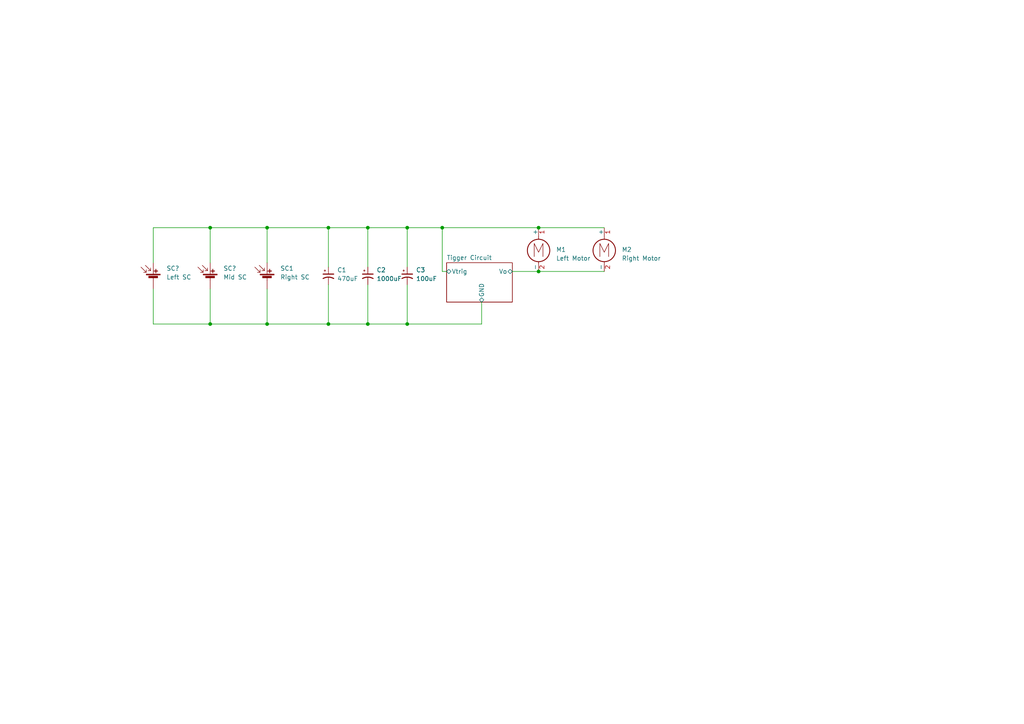
<source format=kicad_sch>
(kicad_sch (version 20211123) (generator eeschema)

  (uuid e0eaf533-f28f-4929-936a-ed8fbfdd2d06)

  (paper "A4")

  (lib_symbols
    (symbol "Device:C_Polarized_Small_US" (pin_numbers hide) (pin_names (offset 0.254) hide) (in_bom yes) (on_board yes)
      (property "Reference" "C" (id 0) (at 0.254 1.778 0)
        (effects (font (size 1.27 1.27)) (justify left))
      )
      (property "Value" "C_Polarized_Small_US" (id 1) (at 0.254 -2.032 0)
        (effects (font (size 1.27 1.27)) (justify left))
      )
      (property "Footprint" "" (id 2) (at 0 0 0)
        (effects (font (size 1.27 1.27)) hide)
      )
      (property "Datasheet" "~" (id 3) (at 0 0 0)
        (effects (font (size 1.27 1.27)) hide)
      )
      (property "ki_keywords" "cap capacitor" (id 4) (at 0 0 0)
        (effects (font (size 1.27 1.27)) hide)
      )
      (property "ki_description" "Polarized capacitor, small US symbol" (id 5) (at 0 0 0)
        (effects (font (size 1.27 1.27)) hide)
      )
      (property "ki_fp_filters" "CP_*" (id 6) (at 0 0 0)
        (effects (font (size 1.27 1.27)) hide)
      )
      (symbol "C_Polarized_Small_US_0_1"
        (polyline
          (pts
            (xy -1.524 0.508)
            (xy 1.524 0.508)
          )
          (stroke (width 0.3048) (type default) (color 0 0 0 0))
          (fill (type none))
        )
        (polyline
          (pts
            (xy -1.27 1.524)
            (xy -0.762 1.524)
          )
          (stroke (width 0) (type default) (color 0 0 0 0))
          (fill (type none))
        )
        (polyline
          (pts
            (xy -1.016 1.27)
            (xy -1.016 1.778)
          )
          (stroke (width 0) (type default) (color 0 0 0 0))
          (fill (type none))
        )
        (arc (start 1.524 -0.762) (mid 0 -0.3734) (end -1.524 -0.762)
          (stroke (width 0.3048) (type default) (color 0 0 0 0))
          (fill (type none))
        )
      )
      (symbol "C_Polarized_Small_US_1_1"
        (pin passive line (at 0 2.54 270) (length 2.032)
          (name "~" (effects (font (size 1.27 1.27))))
          (number "1" (effects (font (size 1.27 1.27))))
        )
        (pin passive line (at 0 -2.54 90) (length 2.032)
          (name "~" (effects (font (size 1.27 1.27))))
          (number "2" (effects (font (size 1.27 1.27))))
        )
      )
    )
    (symbol "Device:Solar_Cell" (pin_numbers hide) (pin_names (offset 0) hide) (in_bom yes) (on_board yes)
      (property "Reference" "SC" (id 0) (at 2.54 2.54 0)
        (effects (font (size 1.27 1.27)) (justify left))
      )
      (property "Value" "Solar_Cell" (id 1) (at 2.54 0 0)
        (effects (font (size 1.27 1.27)) (justify left))
      )
      (property "Footprint" "" (id 2) (at 0 1.524 90)
        (effects (font (size 1.27 1.27)) hide)
      )
      (property "Datasheet" "~" (id 3) (at 0 1.524 90)
        (effects (font (size 1.27 1.27)) hide)
      )
      (property "ki_keywords" "solar cell" (id 4) (at 0 0 0)
        (effects (font (size 1.27 1.27)) hide)
      )
      (property "ki_description" "Single solar cell" (id 5) (at 0 0 0)
        (effects (font (size 1.27 1.27)) hide)
      )
      (symbol "Solar_Cell_0_1"
        (rectangle (start -2.032 1.778) (end 2.032 1.524)
          (stroke (width 0) (type default) (color 0 0 0 0))
          (fill (type outline))
        )
        (rectangle (start -1.3208 1.1938) (end 1.27 0.6858)
          (stroke (width 0) (type default) (color 0 0 0 0))
          (fill (type outline))
        )
        (polyline
          (pts
            (xy -2.032 2.286)
            (xy -3.556 3.81)
          )
          (stroke (width 0) (type default) (color 0 0 0 0))
          (fill (type none))
        )
        (polyline
          (pts
            (xy -0.762 2.794)
            (xy -2.286 4.318)
          )
          (stroke (width 0) (type default) (color 0 0 0 0))
          (fill (type none))
        )
        (polyline
          (pts
            (xy 0 0.762)
            (xy 0 0)
          )
          (stroke (width 0) (type default) (color 0 0 0 0))
          (fill (type none))
        )
        (polyline
          (pts
            (xy 0 1.778)
            (xy 0 2.54)
          )
          (stroke (width 0) (type default) (color 0 0 0 0))
          (fill (type none))
        )
        (polyline
          (pts
            (xy 0.254 2.667)
            (xy 1.27 2.667)
          )
          (stroke (width 0.254) (type default) (color 0 0 0 0))
          (fill (type none))
        )
        (polyline
          (pts
            (xy 0.762 3.175)
            (xy 0.762 2.159)
          )
          (stroke (width 0.254) (type default) (color 0 0 0 0))
          (fill (type none))
        )
        (polyline
          (pts
            (xy -2.032 3.048)
            (xy -2.032 2.286)
            (xy -2.794 2.286)
          )
          (stroke (width 0) (type default) (color 0 0 0 0))
          (fill (type none))
        )
        (polyline
          (pts
            (xy -0.762 3.556)
            (xy -0.762 2.794)
            (xy -1.524 2.794)
          )
          (stroke (width 0) (type default) (color 0 0 0 0))
          (fill (type none))
        )
      )
      (symbol "Solar_Cell_1_1"
        (pin passive line (at 0 5.08 270) (length 2.54)
          (name "+" (effects (font (size 1.27 1.27))))
          (number "1" (effects (font (size 1.27 1.27))))
        )
        (pin passive line (at 0 -2.54 90) (length 2.54)
          (name "-" (effects (font (size 1.27 1.27))))
          (number "2" (effects (font (size 1.27 1.27))))
        )
      )
    )
    (symbol "Motor:Motor_DC" (pin_names (offset 0)) (in_bom yes) (on_board yes)
      (property "Reference" "M" (id 0) (at 2.54 2.54 0)
        (effects (font (size 1.27 1.27)) (justify left))
      )
      (property "Value" "Motor_DC" (id 1) (at 2.54 -5.08 0)
        (effects (font (size 1.27 1.27)) (justify left top))
      )
      (property "Footprint" "" (id 2) (at 0 -2.286 0)
        (effects (font (size 1.27 1.27)) hide)
      )
      (property "Datasheet" "~" (id 3) (at 0 -2.286 0)
        (effects (font (size 1.27 1.27)) hide)
      )
      (property "ki_keywords" "DC Motor" (id 4) (at 0 0 0)
        (effects (font (size 1.27 1.27)) hide)
      )
      (property "ki_description" "DC Motor" (id 5) (at 0 0 0)
        (effects (font (size 1.27 1.27)) hide)
      )
      (property "ki_fp_filters" "PinHeader*P2.54mm* TerminalBlock*" (id 6) (at 0 0 0)
        (effects (font (size 1.27 1.27)) hide)
      )
      (symbol "Motor_DC_0_0"
        (polyline
          (pts
            (xy -1.27 -3.302)
            (xy -1.27 0.508)
            (xy 0 -2.032)
            (xy 1.27 0.508)
            (xy 1.27 -3.302)
          )
          (stroke (width 0) (type default) (color 0 0 0 0))
          (fill (type none))
        )
      )
      (symbol "Motor_DC_0_1"
        (circle (center 0 -1.524) (radius 3.2512)
          (stroke (width 0.254) (type default) (color 0 0 0 0))
          (fill (type none))
        )
        (polyline
          (pts
            (xy 0 -7.62)
            (xy 0 -7.112)
          )
          (stroke (width 0) (type default) (color 0 0 0 0))
          (fill (type none))
        )
        (polyline
          (pts
            (xy 0 -4.7752)
            (xy 0 -5.1816)
          )
          (stroke (width 0) (type default) (color 0 0 0 0))
          (fill (type none))
        )
        (polyline
          (pts
            (xy 0 1.7272)
            (xy 0 2.0828)
          )
          (stroke (width 0) (type default) (color 0 0 0 0))
          (fill (type none))
        )
        (polyline
          (pts
            (xy 0 2.032)
            (xy 0 2.54)
          )
          (stroke (width 0) (type default) (color 0 0 0 0))
          (fill (type none))
        )
      )
      (symbol "Motor_DC_1_1"
        (pin passive line (at 0 5.08 270) (length 2.54)
          (name "+" (effects (font (size 1.27 1.27))))
          (number "1" (effects (font (size 1.27 1.27))))
        )
        (pin passive line (at 0 -7.62 90) (length 2.54)
          (name "-" (effects (font (size 1.27 1.27))))
          (number "2" (effects (font (size 1.27 1.27))))
        )
      )
    )
  )

  (junction (at 60.96 93.98) (diameter 0) (color 0 0 0 0)
    (uuid 3117e7bb-4a57-44ca-84b7-88c8f3ae6c04)
  )
  (junction (at 156.21 66.04) (diameter 0) (color 0 0 0 0)
    (uuid 320090ba-4f6a-4f98-be3a-019d4a87b84a)
  )
  (junction (at 118.11 93.98) (diameter 0) (color 0 0 0 0)
    (uuid 4591f0d9-8e35-470c-8122-53695972e6a5)
  )
  (junction (at 95.25 66.04) (diameter 0) (color 0 0 0 0)
    (uuid 4a8f9efa-0cc8-49f1-a296-c0ae29b30fa4)
  )
  (junction (at 128.27 66.04) (diameter 0) (color 0 0 0 0)
    (uuid 52c6d709-bf2c-4bb8-aab3-486121f784ad)
  )
  (junction (at 77.47 66.04) (diameter 0) (color 0 0 0 0)
    (uuid 6c1474f6-d415-4c7b-8b59-fc1f9a710de3)
  )
  (junction (at 60.96 66.04) (diameter 0) (color 0 0 0 0)
    (uuid 82ef8600-aff7-4e4e-83cc-272869fe14ce)
  )
  (junction (at 118.11 66.04) (diameter 0) (color 0 0 0 0)
    (uuid 86071cfe-1543-479d-bd7a-9553562bc5e9)
  )
  (junction (at 106.68 66.04) (diameter 0) (color 0 0 0 0)
    (uuid a8091706-fc03-485f-99de-85f037326f50)
  )
  (junction (at 95.25 93.98) (diameter 0) (color 0 0 0 0)
    (uuid abfe0b28-d1eb-471a-b707-37bb460aa1a8)
  )
  (junction (at 77.47 93.98) (diameter 0) (color 0 0 0 0)
    (uuid d8f59ea1-86cc-458c-acaa-ded23e4e9801)
  )
  (junction (at 106.68 93.98) (diameter 0) (color 0 0 0 0)
    (uuid deba5b1c-45af-4b66-810e-404f31e42441)
  )
  (junction (at 156.21 78.74) (diameter 0) (color 0 0 0 0)
    (uuid e196416c-d4d1-42d4-979d-990a370627ba)
  )

  (wire (pts (xy 95.25 66.04) (xy 106.68 66.04))
    (stroke (width 0) (type default) (color 0 0 0 0))
    (uuid 02255283-2707-4e92-96ff-96f5779d9534)
  )
  (wire (pts (xy 106.68 82.55) (xy 106.68 93.98))
    (stroke (width 0) (type default) (color 0 0 0 0))
    (uuid 0b3c0647-be04-4b9e-aa8e-30be2e70909d)
  )
  (wire (pts (xy 118.11 66.04) (xy 118.11 77.47))
    (stroke (width 0) (type default) (color 0 0 0 0))
    (uuid 0b3f373c-a3e8-4373-9816-7087961d5f37)
  )
  (wire (pts (xy 118.11 82.55) (xy 118.11 93.98))
    (stroke (width 0) (type default) (color 0 0 0 0))
    (uuid 0e5cfd02-8371-49f9-98cd-ebf3431ebf93)
  )
  (wire (pts (xy 60.96 93.98) (xy 77.47 93.98))
    (stroke (width 0) (type default) (color 0 0 0 0))
    (uuid 0f2f412d-5fe8-424a-8271-04f2ea991114)
  )
  (wire (pts (xy 77.47 66.04) (xy 77.47 76.2))
    (stroke (width 0) (type default) (color 0 0 0 0))
    (uuid 17549841-d365-44b5-8e3e-f7c41a6be346)
  )
  (wire (pts (xy 60.96 66.04) (xy 44.45 66.04))
    (stroke (width 0) (type default) (color 0 0 0 0))
    (uuid 1dee4846-8791-4542-adda-b250a1fd785e)
  )
  (wire (pts (xy 106.68 93.98) (xy 118.11 93.98))
    (stroke (width 0) (type default) (color 0 0 0 0))
    (uuid 1e676cca-f250-41dd-b188-d7365eb921b7)
  )
  (wire (pts (xy 95.25 66.04) (xy 95.25 77.47))
    (stroke (width 0) (type default) (color 0 0 0 0))
    (uuid 200bc5e1-d234-4505-adea-d6d4b5273cb2)
  )
  (wire (pts (xy 128.27 66.04) (xy 156.21 66.04))
    (stroke (width 0) (type default) (color 0 0 0 0))
    (uuid 2c93e68b-23e0-4a8f-845c-7911d3abc09e)
  )
  (wire (pts (xy 60.96 66.04) (xy 60.96 76.2))
    (stroke (width 0) (type default) (color 0 0 0 0))
    (uuid 352330fa-e6d2-4b9a-8922-a4c7d18bd01a)
  )
  (wire (pts (xy 118.11 66.04) (xy 128.27 66.04))
    (stroke (width 0) (type default) (color 0 0 0 0))
    (uuid 614a403a-474a-4306-b606-97f15c564ef8)
  )
  (wire (pts (xy 118.11 93.98) (xy 139.7 93.98))
    (stroke (width 0) (type default) (color 0 0 0 0))
    (uuid 6c30304f-ecde-49c1-a938-d504795056a7)
  )
  (wire (pts (xy 95.25 82.55) (xy 95.25 93.98))
    (stroke (width 0) (type default) (color 0 0 0 0))
    (uuid 6cd7b2b9-1b62-47ef-bd3b-5ac50de1f898)
  )
  (wire (pts (xy 60.96 83.82) (xy 60.96 93.98))
    (stroke (width 0) (type default) (color 0 0 0 0))
    (uuid 7937e225-7c50-4b0b-80a0-cc61e940611e)
  )
  (wire (pts (xy 106.68 66.04) (xy 106.68 77.47))
    (stroke (width 0) (type default) (color 0 0 0 0))
    (uuid 81080ab8-61cb-4831-8d8a-3bf064fc638c)
  )
  (wire (pts (xy 156.21 78.74) (xy 175.26 78.74))
    (stroke (width 0) (type default) (color 0 0 0 0))
    (uuid 8a51259a-0b00-485b-ae12-40bbbcbb1fbf)
  )
  (wire (pts (xy 77.47 93.98) (xy 95.25 93.98))
    (stroke (width 0) (type default) (color 0 0 0 0))
    (uuid 8b3c697e-d2f0-44f2-824c-3f0eef38c72e)
  )
  (wire (pts (xy 44.45 66.04) (xy 44.45 76.2))
    (stroke (width 0) (type default) (color 0 0 0 0))
    (uuid a17c9bb5-e4a8-45a9-81cb-47ab6387d35a)
  )
  (wire (pts (xy 128.27 66.04) (xy 128.27 78.74))
    (stroke (width 0) (type default) (color 0 0 0 0))
    (uuid a818dbd6-8d05-4bed-8e76-065b136c4a97)
  )
  (wire (pts (xy 44.45 93.98) (xy 60.96 93.98))
    (stroke (width 0) (type default) (color 0 0 0 0))
    (uuid bed98168-55b9-4064-9b5f-5d2ad0cc88bb)
  )
  (wire (pts (xy 95.25 93.98) (xy 106.68 93.98))
    (stroke (width 0) (type default) (color 0 0 0 0))
    (uuid c004383e-e5c6-416b-97dc-0600e40d50df)
  )
  (wire (pts (xy 148.59 78.74) (xy 156.21 78.74))
    (stroke (width 0) (type default) (color 0 0 0 0))
    (uuid c4b1e7cf-3aa3-45c5-8585-741388413869)
  )
  (wire (pts (xy 77.47 83.82) (xy 77.47 93.98))
    (stroke (width 0) (type default) (color 0 0 0 0))
    (uuid ccb02708-9fe1-4159-a71b-423822b99ac3)
  )
  (wire (pts (xy 129.54 78.74) (xy 128.27 78.74))
    (stroke (width 0) (type default) (color 0 0 0 0))
    (uuid cec5c91b-0f2e-497a-af3e-a5a152b16bf2)
  )
  (wire (pts (xy 95.25 66.04) (xy 77.47 66.04))
    (stroke (width 0) (type default) (color 0 0 0 0))
    (uuid d41115c9-7c02-4897-9fd1-4a591b7b2833)
  )
  (wire (pts (xy 106.68 66.04) (xy 118.11 66.04))
    (stroke (width 0) (type default) (color 0 0 0 0))
    (uuid e25f0cb2-d101-4680-8039-e28dc3ef0e9b)
  )
  (wire (pts (xy 44.45 83.82) (xy 44.45 93.98))
    (stroke (width 0) (type default) (color 0 0 0 0))
    (uuid e6bf030b-7580-45ea-9b8d-f888414f8395)
  )
  (wire (pts (xy 175.26 66.04) (xy 156.21 66.04))
    (stroke (width 0) (type default) (color 0 0 0 0))
    (uuid e94c8831-dc7c-42f3-8bce-1f08d86449eb)
  )
  (wire (pts (xy 139.7 87.63) (xy 139.7 93.98))
    (stroke (width 0) (type default) (color 0 0 0 0))
    (uuid eb0ae3e8-685b-4ec9-ac70-a9ff0a491cce)
  )
  (wire (pts (xy 77.47 66.04) (xy 60.96 66.04))
    (stroke (width 0) (type default) (color 0 0 0 0))
    (uuid ed9c6735-a258-49b1-8520-ac27227c4247)
  )

  (symbol (lib_id "Device:C_Polarized_Small_US") (at 118.11 80.01 0) (unit 1)
    (in_bom yes) (on_board yes) (fields_autoplaced)
    (uuid 085c5f64-ddfb-443b-9ea7-34e46427c913)
    (property "Reference" "C3" (id 0) (at 120.65 78.3081 0)
      (effects (font (size 1.27 1.27)) (justify left))
    )
    (property "Value" "100uF" (id 1) (at 120.65 80.8481 0)
      (effects (font (size 1.27 1.27)) (justify left))
    )
    (property "Footprint" "" (id 2) (at 118.11 80.01 0)
      (effects (font (size 1.27 1.27)) hide)
    )
    (property "Datasheet" "~" (id 3) (at 118.11 80.01 0)
      (effects (font (size 1.27 1.27)) hide)
    )
    (pin "1" (uuid 879e795c-125d-4271-b94c-93ffdcf8214e))
    (pin "2" (uuid 602126e0-fdd7-427f-8c7c-b51238fbd6bd))
  )

  (symbol (lib_id "Device:Solar_Cell") (at 60.96 81.28 0) (unit 1)
    (in_bom yes) (on_board yes) (fields_autoplaced)
    (uuid 32adf9a4-09a6-4bc1-90bc-5aa7ec0a2da7)
    (property "Reference" "SC?" (id 0) (at 64.77 77.8509 0)
      (effects (font (size 1.27 1.27)) (justify left))
    )
    (property "Value" "Mid SC" (id 1) (at 64.77 80.3909 0)
      (effects (font (size 1.27 1.27)) (justify left))
    )
    (property "Footprint" "" (id 2) (at 60.96 79.756 90)
      (effects (font (size 1.27 1.27)) hide)
    )
    (property "Datasheet" "~" (id 3) (at 60.96 79.756 90)
      (effects (font (size 1.27 1.27)) hide)
    )
    (pin "1" (uuid 654b64db-f979-4682-80e3-1a18ac3e9414))
    (pin "2" (uuid c3555b4e-fd65-4872-87bf-fbcda064f93a))
  )

  (symbol (lib_id "Device:C_Polarized_Small_US") (at 106.68 80.01 0) (unit 1)
    (in_bom yes) (on_board yes) (fields_autoplaced)
    (uuid 34459c8a-78ca-4095-9cda-b26731ac3dbb)
    (property "Reference" "C2" (id 0) (at 109.22 78.3081 0)
      (effects (font (size 1.27 1.27)) (justify left))
    )
    (property "Value" "1000uF" (id 1) (at 109.22 80.8481 0)
      (effects (font (size 1.27 1.27)) (justify left))
    )
    (property "Footprint" "" (id 2) (at 106.68 80.01 0)
      (effects (font (size 1.27 1.27)) hide)
    )
    (property "Datasheet" "~" (id 3) (at 106.68 80.01 0)
      (effects (font (size 1.27 1.27)) hide)
    )
    (pin "1" (uuid a4f010f3-a671-4015-b1e4-853f16a20286))
    (pin "2" (uuid 4ca71e55-bb69-45c4-8e45-b228be542c91))
  )

  (symbol (lib_id "Motor:Motor_DC") (at 156.21 71.12 0) (unit 1)
    (in_bom yes) (on_board yes) (fields_autoplaced)
    (uuid 458a3bce-defb-4340-920b-603c359e648f)
    (property "Reference" "M1" (id 0) (at 161.29 72.3899 0)
      (effects (font (size 1.27 1.27)) (justify left))
    )
    (property "Value" "Left Motor" (id 1) (at 161.29 74.9299 0)
      (effects (font (size 1.27 1.27)) (justify left))
    )
    (property "Footprint" "" (id 2) (at 156.21 73.406 0)
      (effects (font (size 1.27 1.27)) hide)
    )
    (property "Datasheet" "~" (id 3) (at 156.21 73.406 0)
      (effects (font (size 1.27 1.27)) hide)
    )
    (pin "1" (uuid 98c0ffc5-ac65-4be8-8d2e-6a15df820022))
    (pin "2" (uuid 1e1d683c-8a82-406e-b8f4-d8f77117b6f9))
  )

  (symbol (lib_id "Motor:Motor_DC") (at 175.26 71.12 0) (unit 1)
    (in_bom yes) (on_board yes) (fields_autoplaced)
    (uuid 4a8dfdae-44da-4684-9796-91f966b12934)
    (property "Reference" "M2" (id 0) (at 180.34 72.3899 0)
      (effects (font (size 1.27 1.27)) (justify left))
    )
    (property "Value" "Right Motor" (id 1) (at 180.34 74.9299 0)
      (effects (font (size 1.27 1.27)) (justify left))
    )
    (property "Footprint" "" (id 2) (at 175.26 73.406 0)
      (effects (font (size 1.27 1.27)) hide)
    )
    (property "Datasheet" "~" (id 3) (at 175.26 73.406 0)
      (effects (font (size 1.27 1.27)) hide)
    )
    (pin "1" (uuid e6bcb483-3099-4a1b-acec-7f2cabceff66))
    (pin "2" (uuid 3bb6a82a-207e-4485-8ea9-80314ba993d4))
  )

  (symbol (lib_id "Device:C_Polarized_Small_US") (at 95.25 80.01 0) (unit 1)
    (in_bom yes) (on_board yes) (fields_autoplaced)
    (uuid 769c27e0-6b93-47ef-bd52-ead1f2fd7905)
    (property "Reference" "C1" (id 0) (at 97.79 78.3081 0)
      (effects (font (size 1.27 1.27)) (justify left))
    )
    (property "Value" "470uF" (id 1) (at 97.79 80.8481 0)
      (effects (font (size 1.27 1.27)) (justify left))
    )
    (property "Footprint" "" (id 2) (at 95.25 80.01 0)
      (effects (font (size 1.27 1.27)) hide)
    )
    (property "Datasheet" "~" (id 3) (at 95.25 80.01 0)
      (effects (font (size 1.27 1.27)) hide)
    )
    (pin "1" (uuid 4747ceaa-666c-40b1-b909-79b90ddd2779))
    (pin "2" (uuid 2820f9ac-e01d-491c-813c-d1597394533a))
  )

  (symbol (lib_id "Device:Solar_Cell") (at 44.45 81.28 0) (unit 1)
    (in_bom yes) (on_board yes) (fields_autoplaced)
    (uuid 79f8ba45-aba2-4818-bf7a-da21ce5aef5b)
    (property "Reference" "SC?" (id 0) (at 48.26 77.8509 0)
      (effects (font (size 1.27 1.27)) (justify left))
    )
    (property "Value" "Left SC" (id 1) (at 48.26 80.3909 0)
      (effects (font (size 1.27 1.27)) (justify left))
    )
    (property "Footprint" "" (id 2) (at 44.45 79.756 90)
      (effects (font (size 1.27 1.27)) hide)
    )
    (property "Datasheet" "~" (id 3) (at 44.45 79.756 90)
      (effects (font (size 1.27 1.27)) hide)
    )
    (pin "1" (uuid e63658d2-c556-4886-b25a-a690f6c1220d))
    (pin "2" (uuid 21f2dc9a-67b7-4c28-81a7-2d4dc183980a))
  )

  (symbol (lib_id "Device:Solar_Cell") (at 77.47 81.28 0) (unit 1)
    (in_bom yes) (on_board yes) (fields_autoplaced)
    (uuid 90a22610-3329-4b11-bfdf-48d9edd402fd)
    (property "Reference" "SC1" (id 0) (at 81.28 77.8509 0)
      (effects (font (size 1.27 1.27)) (justify left))
    )
    (property "Value" "Right SC" (id 1) (at 81.28 80.3909 0)
      (effects (font (size 1.27 1.27)) (justify left))
    )
    (property "Footprint" "" (id 2) (at 77.47 79.756 90)
      (effects (font (size 1.27 1.27)) hide)
    )
    (property "Datasheet" "~" (id 3) (at 77.47 79.756 90)
      (effects (font (size 1.27 1.27)) hide)
    )
    (pin "1" (uuid de52c29e-9e91-4414-ba27-7896cc78cda6))
    (pin "2" (uuid a45cbc8f-8e26-4179-9768-31dfecaa7718))
  )

  (sheet (at 129.54 76.2) (size 19.05 11.43) (fields_autoplaced)
    (stroke (width 0.1524) (type solid) (color 0 0 0 0))
    (fill (color 0 0 0 0.0000))
    (uuid 62d376d3-6b06-41d3-a09e-4c14a3b6fd54)
    (property "Sheet name" "Tigger Circuit" (id 0) (at 129.54 75.4884 0)
      (effects (font (size 1.27 1.27)) (justify left bottom))
    )
    (property "Sheet file" "untitled.kicad_sch" (id 1) (at 129.54 88.2146 0)
      (effects (font (size 1.27 1.27)) (justify left top) hide)
    )
    (pin "Vtrig" bidirectional (at 129.54 78.74 180)
      (effects (font (size 1.27 1.27)) (justify left))
      (uuid 4d5e71f8-ba2e-4b0a-a3bb-f946594cbccb)
    )
    (pin "GND" bidirectional (at 139.7 87.63 270)
      (effects (font (size 1.27 1.27)) (justify left))
      (uuid 432f1cb0-9d98-4c58-9ebe-11bd9186e4c0)
    )
    (pin "Vo" bidirectional (at 148.59 78.74 0)
      (effects (font (size 1.27 1.27)) (justify right))
      (uuid d2b0fe9d-99db-4312-bc58-f9427e930b16)
    )
  )

  (sheet_instances
    (path "/" (page "1"))
    (path "/62d376d3-6b06-41d3-a09e-4c14a3b6fd54" (page "2"))
  )

  (symbol_instances
    (path "/769c27e0-6b93-47ef-bd52-ead1f2fd7905"
      (reference "C1") (unit 1) (value "470uF") (footprint "")
    )
    (path "/62d376d3-6b06-41d3-a09e-4c14a3b6fd54/8ad9c7c5-4596-4b78-b6ee-9ec21b56d618"
      (reference "C1") (unit 1) (value "?") (footprint "")
    )
    (path "/34459c8a-78ca-4095-9cda-b26731ac3dbb"
      (reference "C2") (unit 1) (value "1000uF") (footprint "")
    )
    (path "/085c5f64-ddfb-443b-9ea7-34e46427c913"
      (reference "C3") (unit 1) (value "100uF") (footprint "")
    )
    (path "/458a3bce-defb-4340-920b-603c359e648f"
      (reference "M1") (unit 1) (value "Left Motor") (footprint "")
    )
    (path "/4a8dfdae-44da-4684-9796-91f966b12934"
      (reference "M2") (unit 1) (value "Right Motor") (footprint "")
    )
    (path "/62d376d3-6b06-41d3-a09e-4c14a3b6fd54/93319bf6-31a0-4369-8170-29673b7ed1a4"
      (reference "R1") (unit 1) (value "?") (footprint "")
    )
    (path "/62d376d3-6b06-41d3-a09e-4c14a3b6fd54/728bfabe-af3d-47f7-83ab-3eb330c693c3"
      (reference "RV1") (unit 1) (value "?") (footprint "")
    )
    (path "/90a22610-3329-4b11-bfdf-48d9edd402fd"
      (reference "SC1") (unit 1) (value "Right SC") (footprint "")
    )
    (path "/32adf9a4-09a6-4bc1-90bc-5aa7ec0a2da7"
      (reference "SC?") (unit 1) (value "Mid SC") (footprint "")
    )
    (path "/79f8ba45-aba2-4818-bf7a-da21ce5aef5b"
      (reference "SC?") (unit 1) (value "Left SC") (footprint "")
    )
    (path "/62d376d3-6b06-41d3-a09e-4c14a3b6fd54/e0f861fd-d93c-4567-ba3e-e119d1943534"
      (reference "U1") (unit 2) (value "ADG417BN") (footprint "Package_DIP:DIP-8_W7.62mm")
    )
    (path "/62d376d3-6b06-41d3-a09e-4c14a3b6fd54/25625d99-d45f-4b2f-9e62-009a122611f4"
      (reference "U?") (unit 1) (value "ADG417BN") (footprint "Package_DIP:DIP-8_W7.62mm")
    )
  )
)

</source>
